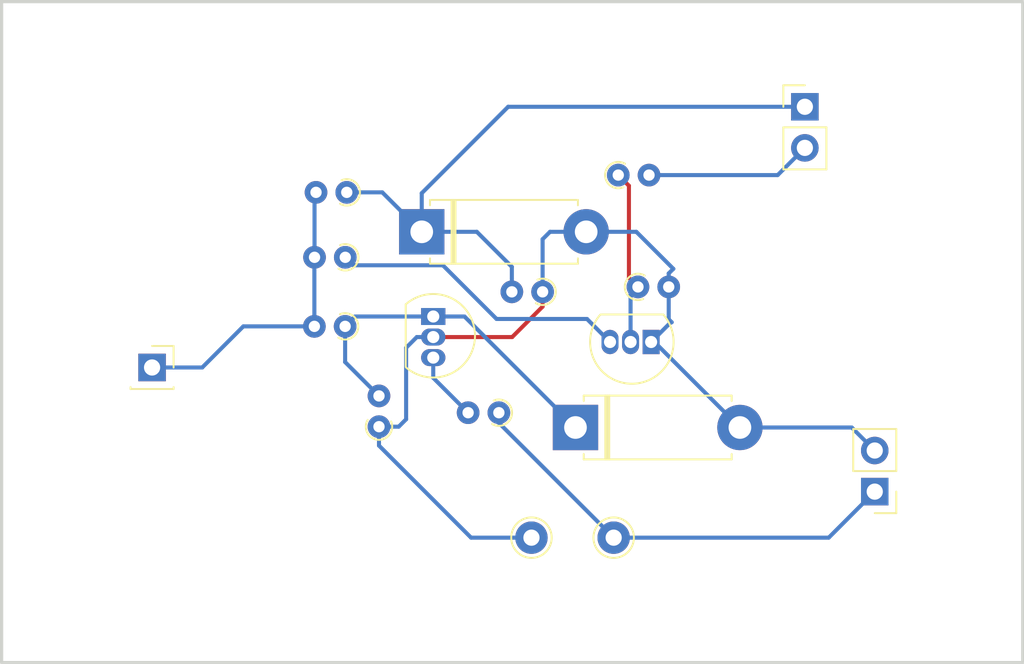
<source format=kicad_pcb>
(kicad_pcb (version 20221018) (generator pcbnew)
  (title_block (title "Control tool for car") (company "@Manyjack, @svdpfaf"))
  (layers (0 "F.Cu" signal) (31 "B.Cu" signal) (34 "B.Paste" user) (35 "F.Paste" user) (36 "B.SilkS" user "B.Silkscreen") (37 "F.SilkS" user "F.Silkscreen") (38 "B.Mask" user) (39 "F.Mask" user) (44 "Edge.Cuts" user))
  (net 0 "")
  (net 1 "GND")
  (net 2 "MC_REF")
  (net 3 "MC_D9")
  (net 4 "MC_A7")
  (net 5 "VCC")
  (net 6 "Net-(D1-K)")
  (net 7 "Net-(Q2-D)")
  (net 8 "SHUNT")
  (net 9 "Net-(Q2-G)")
  (footprint "Connector_PinHeader_2.54mm:PinHeader_1x02_P2.54mm_Vertical" (layer "F.Cu") (at 118.2116 125.222 180)
    (fp_text reference "J8" hide)
    (fp_text value "PINHD_1x2_Male" hide)
    (fp_line (start -1.33 -1.33) (end 0 -1.33) (stroke (width 0.12)) (layer "F.SilkS"))
    (fp_line (start -1.33 0) (end -1.33 -1.33) (stroke (width 0.12)) (layer "F.SilkS"))
    (fp_line (start -1.33 1.27) (end -1.33 3.87) (stroke (width 0.12)) (layer "F.SilkS"))
    (fp_line (start -1.33 1.27) (end 1.33 1.27) (stroke (width 0.12)) (layer "F.SilkS"))
    (fp_line (start -1.33 3.87) (end 1.33 3.87) (stroke (width 0.12)) (layer "F.SilkS"))
    (fp_line (start 1.33 1.27) (end 1.33 3.87) (stroke (width 0.12)) (layer "F.SilkS"))
    (pad "1" thru_hole rect (at 0 0 180) (size 1.7 1.7) (drill 1) (layers "*.Cu" "*.Mask") (net 5 "VCC"))
    (pad "2" thru_hole oval (at 0 2.54 180) (size 1.7 1.7) (drill 1) (layers "*.Cu" "*.Mask") (net 1 "GND"))
  )
  (footprint "PCM_Resistor_THT_AKL:R_Axial_DIN0204_L3.6mm_D1.6mm_P1.90mm_Vertical" (layer "F.Cu") (at 102.3639 105.664)
    (fp_text reference "R15" hide)
    (fp_text value "100" hide)
    (fp_arc (start 0.320095 0.749359) (mid -0.813042 -0.054435) (end 0.417133 -0.7) (stroke (width 0.12)) (layer "F.SilkS"))
    (pad "1" thru_hole circle (at 0 0) (size 1.4 1.4) (drill 0.7) (layers "*.Cu" "*.Mask") (net 9 "Net-(Q2-G)"))
    (pad "2" thru_hole oval (at 1.9 0) (size 1.4 1.4) (drill 0.7) (layers "*.Cu" "*.Mask") (net 3 "MC_D9"))
  )
  (footprint "Diode_THT:D_5W_P10.16mm_Horizontal" (layer "F.Cu") (at 90.2208 109.1692)
    (fp_text reference "D2" hide)
    (fp_text value "3V3" hide)
    (fp_line (start 0.51 -1.97) (end 9.65 -1.97) (stroke (width 0.12)) (layer "F.SilkS"))
    (fp_line (start 0.51 -1.64) (end 0.51 -1.97) (stroke (width 0.12)) (layer "F.SilkS"))
    (fp_line (start 0.51 1.64) (end 0.51 1.97) (stroke (width 0.12)) (layer "F.SilkS"))
    (fp_line (start 0.51 1.97) (end 9.65 1.97) (stroke (width 0.12)) (layer "F.SilkS"))
    (fp_line (start 1.845 -1.97) (end 1.845 1.97) (stroke (width 0.12)) (layer "F.SilkS"))
    (fp_line (start 1.965 -1.97) (end 1.965 1.97) (stroke (width 0.12)) (layer "F.SilkS"))
    (fp_line (start 2.085 -1.97) (end 2.085 1.97) (stroke (width 0.12)) (layer "F.SilkS"))
    (fp_line (start 9.65 -1.97) (end 9.65 -1.64) (stroke (width 0.12)) (layer "F.SilkS"))
    (fp_line (start 9.65 1.97) (end 9.65 1.64) (stroke (width 0.12)) (layer "F.SilkS"))
    (pad "1" thru_hole rect (at 0 0) (size 2.8 2.8) (drill 1.4) (layers "*.Cu" "*.Mask") (net 4 "MC_A7"))
    (pad "2" thru_hole oval (at 10.16 0) (size 2.8 2.8) (drill 1.4) (layers "*.Cu" "*.Mask") (net 1 "GND"))
  )
  (footprint "PCM_Resistor_THT_AKL:R_Axial_DIN0204_L3.6mm_D1.6mm_P1.90mm_Vertical" (layer "F.Cu") (at 97.6884 112.8776 180)
    (fp_text reference "R5" hide)
    (fp_text value "10K" hide)
    (fp_arc (start 0.320095 0.749359) (mid -0.813042 -0.054435) (end 0.417133 -0.7) (stroke (width 0.12)) (layer "F.SilkS"))
    (pad "1" thru_hole circle (at 0 0 180) (size 1.4 1.4) (drill 0.7) (layers "*.Cu" "*.Mask") (net 1 "GND"))
    (pad "2" thru_hole oval (at 1.9 0 180) (size 1.4 1.4) (drill 0.7) (layers "*.Cu" "*.Mask") (net 4 "MC_A7"))
  )
  (footprint "Package_TO_SOT_THT:TO-92L_Inline" (layer "F.Cu") (at 104.394 115.9764 180)
    (fp_text reference "Q2" hide)
    (fp_text value "AOT3400" hide)
    (fp_line (start -0.75 1.7) (end 3.1 1.7) (stroke (width 0.12)) (layer "F.SilkS"))
    (fp_arc (start -0.75 1.7) (mid 1.183448 -2.579449) (end 3.138611 1.690122) (stroke (width 0.12)) (layer "F.SilkS"))
    (pad "1" thru_hole rect (at 0 0 180) (size 1.05 1.5) (drill 0.75) (layers "*.Cu" "*.Mask") (net 1 "GND"))
    (pad "2" thru_hole oval (at 1.27 0 180) (size 1.05 1.5) (drill 0.75) (layers "*.Cu" "*.Mask") (net 9 "Net-(Q2-G)"))
    (pad "3" thru_hole oval (at 2.54 0 180) (size 1.05 1.5) (drill 0.75) (layers "*.Cu" "*.Mask") (net 7 "Net-(Q2-D)"))
  )
  (footprint "PCM_Resistor_THT_AKL:R_Axial_DIN0204_L3.6mm_D1.6mm_P1.90mm_Vertical" (layer "F.Cu") (at 85.5886 106.7308 180)
    (fp_text reference "R6" hide)
    (fp_text value "100K" hide)
    (fp_arc (start 0.320095 0.749359) (mid -0.813042 -0.054435) (end 0.417133 -0.7) (stroke (width 0.12)) (layer "F.SilkS"))
    (pad "1" thru_hole circle (at 0 0 180) (size 1.4 1.4) (drill 0.7) (layers "*.Cu" "*.Mask") (net 4 "MC_A7"))
    (pad "2" thru_hole oval (at 1.9 0 180) (size 1.4 1.4) (drill 0.7) (layers "*.Cu" "*.Mask") (net 8 "SHUNT"))
  )
  (footprint "Diode_THT:D_5W_P10.16mm_Horizontal" (layer "F.Cu") (at 99.7204 121.2596)
    (fp_text reference "D1" hide)
    (fp_text value "36V0" hide)
    (fp_line (start 0.51 -1.97) (end 9.65 -1.97) (stroke (width 0.12)) (layer "F.SilkS"))
    (fp_line (start 0.51 -1.64) (end 0.51 -1.97) (stroke (width 0.12)) (layer "F.SilkS"))
    (fp_line (start 0.51 1.64) (end 0.51 1.97) (stroke (width 0.12)) (layer "F.SilkS"))
    (fp_line (start 0.51 1.97) (end 9.65 1.97) (stroke (width 0.12)) (layer "F.SilkS"))
    (fp_line (start 1.845 -1.97) (end 1.845 1.97) (stroke (width 0.12)) (layer "F.SilkS"))
    (fp_line (start 1.965 -1.97) (end 1.965 1.97) (stroke (width 0.12)) (layer "F.SilkS"))
    (fp_line (start 2.085 -1.97) (end 2.085 1.97) (stroke (width 0.12)) (layer "F.SilkS"))
    (fp_line (start 9.65 -1.97) (end 9.65 -1.64) (stroke (width 0.12)) (layer "F.SilkS"))
    (fp_line (start 9.65 1.97) (end 9.65 1.64) (stroke (width 0.12)) (layer "F.SilkS"))
    (pad "1" thru_hole rect (at 0 0) (size 2.8 2.8) (drill 1.4) (layers "*.Cu" "*.Mask") (net 6 "Net-(D1-K)"))
    (pad "2" thru_hole oval (at 10.16 0) (size 2.8 2.8) (drill 1.4) (layers "*.Cu" "*.Mask") (net 1 "GND"))
  )
  (footprint "PCM_Resistor_THT_AKL:R_Axial_DIN0204_L3.6mm_D1.6mm_P1.90mm_Vertical" (layer "F.Cu") (at 85.4964 110.744 180)
    (fp_text reference "R1" hide)
    (fp_text value "100" hide)
    (fp_arc (start 0.320095 0.749359) (mid -0.813042 -0.054435) (end 0.417133 -0.7) (stroke (width 0.12)) (layer "F.SilkS"))
    (pad "1" thru_hole circle (at 0 0 180) (size 1.4 1.4) (drill 0.7) (layers "*.Cu" "*.Mask") (net 7 "Net-(Q2-D)"))
    (pad "2" thru_hole oval (at 1.9 0 180) (size 1.4 1.4) (drill 0.7) (layers "*.Cu" "*.Mask") (net 8 "SHUNT"))
  )
  (footprint "Connector_PinSocket_2.54mm:PinSocket_1x01_P2.54mm_Vertical" (layer "F.Cu") (at 73.5584 117.5512)
    (fp_text reference "J3" hide)
    (fp_text value "Conn_01x01_Pin" hide)
    (fp_line (start -1.33 1.21) (end -1.33 1.33) (stroke (width 0.12)) (layer "F.SilkS"))
    (fp_line (start -1.33 1.33) (end 1.33 1.33) (stroke (width 0.12)) (layer "F.SilkS"))
    (fp_line (start 0 -1.33) (end 1.33 -1.33) (stroke (width 0.12)) (layer "F.SilkS"))
    (fp_line (start 1.33 -1.33) (end 1.33 0) (stroke (width 0.12)) (layer "F.SilkS"))
    (fp_line (start 1.33 1.21) (end 1.33 1.33) (stroke (width 0.12)) (layer "F.SilkS"))
    (pad "1" thru_hole rect (at 0 0) (size 1.7 1.7) (drill 1) (layers "*.Cu" "*.Mask") (net 8 "SHUNT"))
  )
  (footprint "PCM_Resistor_THT_AKL:R_Axial_DIN0204_L3.6mm_D1.6mm_P1.90mm_Vertical" (layer "F.Cu") (at 85.487 115.0112 180)
    (fp_text reference "R2" hide)
    (fp_text value "5k" hide)
    (fp_arc (start 0.320095 0.749359) (mid -0.813042 -0.054435) (end 0.417133 -0.7) (stroke (width 0.12)) (layer "F.SilkS"))
    (pad "1" thru_hole circle (at 0 0 180) (size 1.4 1.4) (drill 0.7) (layers "*.Cu" "*.Mask") (net 6 "Net-(D1-K)"))
    (pad "2" thru_hole oval (at 1.9 0 180) (size 1.4 1.4) (drill 0.7) (layers "*.Cu" "*.Mask") (net 8 "SHUNT"))
  )
  (footprint "PCM_Resistor_THT_AKL:R_Axial_DIN0204_L3.6mm_D1.6mm_P1.90mm_Vertical" (layer "F.Cu") (at 94.9866 120.3452 180)
    (fp_text reference "R7" hide)
    (fp_text value "10K" hide)
    (fp_arc (start 0.320095 0.749359) (mid -0.813042 -0.054435) (end 0.417133 -0.7) (stroke (width 0.12)) (layer "F.SilkS"))
    (pad "1" thru_hole circle (at 0 0 180) (size 1.4 1.4) (drill 0.7) (layers "*.Cu" "*.Mask") (net 5 "VCC"))
    (pad "2" thru_hole oval (at 1.9 0 180) (size 1.4 1.4) (drill 0.7) (layers "*.Cu" "*.Mask") (net 2 "MC_REF"))
  )
  (footprint "PCM_Resistor_THT_AKL:R_Axial_DIN0204_L3.6mm_D1.6mm_P1.90mm_Vertical" (layer "F.Cu") (at 87.5792 121.2088 90)
    (fp_text reference "R3" hide)
    (fp_text value "100K" hide)
    (fp_arc (start 0.320095 0.749359) (mid -0.813042 -0.054435) (end 0.417133 -0.7) (stroke (width 0.12)) (layer "F.SilkS"))
    (pad "1" thru_hole circle (at 0 0 90) (size 1.4 1.4) (drill 0.7) (layers "*.Cu" "*.Mask") (net 1 "GND"))
    (pad "2" thru_hole oval (at 1.9 0 90) (size 1.4 1.4) (drill 0.7) (layers "*.Cu" "*.Mask") (net 6 "Net-(D1-K)"))
  )
  (footprint "Connector_Pin:Pin_D1.0mm_L10.0mm" (layer "F.Cu") (at 97 128.0668 180)
    (fp_text reference "J4" hide)
    (fp_text value "GROUND")
    (fp_circle (center 0 0) (end 1.25 0.05) (stroke (width 0.12)) (fill none) (layer "F.SilkS"))
    (pad "1" thru_hole circle (at 0 0 180) (size 2 2) (drill 1) (layers "*.Cu" "*.Mask") (net 1 "GND"))
  )
  (footprint "Package_TO_SOT_THT:TO-92L_Inline" (layer "F.Cu") (at 90.932 114.4016 -90)
    (fp_text reference "U2" hide)
    (fp_text value "TL431LP" hide)
    (fp_line (start -0.75 1.7) (end 3.1 1.7) (stroke (width 0.12)) (layer "F.SilkS"))
    (fp_arc (start -0.75 1.7) (mid 1.183448 -2.579449) (end 3.138611 1.690122) (stroke (width 0.12)) (layer "F.SilkS"))
    (pad "1" thru_hole rect (at 0 0 270) (size 1.05 1.5) (drill 0.75) (layers "*.Cu" "*.Mask") (net 6 "Net-(D1-K)"))
    (pad "2" thru_hole oval (at 1.27 0 270) (size 1.05 1.5) (drill 0.75) (layers "*.Cu" "*.Mask") (net 1 "GND"))
    (pad "3" thru_hole oval (at 2.54 0 270) (size 1.05 1.5) (drill 0.75) (layers "*.Cu" "*.Mask") (net 2 "MC_REF"))
  )
  (footprint "Connector_PinHeader_2.54mm:PinHeader_1x02_P2.54mm_Vertical" (layer "F.Cu") (at 113.8936 101.4426)
    (fp_text reference "J2" hide)
    (fp_text value "PINHD_1x2_Male" hide)
    (fp_line (start -1.33 -1.33) (end 0 -1.33) (stroke (width 0.12)) (layer "F.SilkS"))
    (fp_line (start -1.33 0) (end -1.33 -1.33) (stroke (width 0.12)) (layer "F.SilkS"))
    (fp_line (start -1.33 1.27) (end -1.33 3.87) (stroke (width 0.12)) (layer "F.SilkS"))
    (fp_line (start -1.33 1.27) (end 1.33 1.27) (stroke (width 0.12)) (layer "F.SilkS"))
    (fp_line (start -1.33 3.87) (end 1.33 3.87) (stroke (width 0.12)) (layer "F.SilkS"))
    (fp_line (start 1.33 1.27) (end 1.33 3.87) (stroke (width 0.12)) (layer "F.SilkS"))
    (pad "1" thru_hole rect (at 0 0) (size 1.7 1.7) (drill 1) (layers "*.Cu" "*.Mask") (net 4 "MC_A7"))
    (pad "2" thru_hole oval (at 0 2.54) (size 1.7 1.7) (drill 1) (layers "*.Cu" "*.Mask") (net 3 "MC_D9"))
  )
  (footprint "Connector_Pin:Pin_D1.0mm_L10.0mm" (layer "F.Cu") (at 102.08 128.0668)
    (fp_text reference "J17" hide)
    (fp_text value "+")
    (fp_circle (center 0 0) (end 1.25 0.05) (stroke (width 0.12)) (fill none) (layer "F.SilkS"))
    (pad "1" thru_hole circle (at 0 0) (size 2 2) (drill 1) (layers "*.Cu" "*.Mask") (net 5 "VCC"))
  )
  (footprint "PCM_Resistor_THT_AKL:R_Axial_DIN0204_L3.6mm_D1.6mm_P1.90mm_Vertical" (layer "F.Cu") (at 103.5812 112.5728)
    (fp_text reference "R4" hide)
    (fp_text value "50K" hide)
    (fp_arc (start 0.320095 0.749359) (mid -0.813042 -0.054435) (end 0.417133 -0.7) (stroke (width 0.12)) (layer "F.SilkS"))
    (pad "1" thru_hole circle (at 0 0) (size 1.4 1.4) (drill 0.7) (layers "*.Cu" "*.Mask") (net 9 "Net-(Q2-G)"))
    (pad "2" thru_hole oval (at 1.9 0) (size 1.4 1.4) (drill 0.7) (layers "*.Cu" "*.Mask") (net 1 "GND"))
  )
  (gr_rect (start 64.262 94.9452) (end 127.3556 135.7884) (stroke (width 0.2)) (fill none) (layer "Edge.Cuts"))
  (segment (start 95.8088 115.6716) (end 97.6884 113.792) (width 0.25) (layer "F.Cu") (net 1))
  (segment (start 90.932 115.6716) (end 95.8088 115.6716) (width 0.25) (layer "F.Cu") (net 1))
  (segment (start 97.6884 113.792) (end 97.6884 112.8776) (width 0.25) (layer "F.Cu") (net 1))
  (segment (start 109.8804 121.2596) (end 104.5972 115.9764) (width 0.25) (layer "B.Cu") (net 1))
  (segment (start 97 128.0668) (end 93.2688 128.0668) (width 0.25) (layer "B.Cu") (net 1))
  (segment (start 87.5792 121.2088) (end 88.7984 121.2088) (width 0.25) (layer "B.Cu") (net 1))
  (segment (start 88.7984 121.2088) (end 89.2556 120.7516) (width 0.25) (layer "B.Cu") (net 1))
  (segment (start 105.6132 114.7572) (end 105.664 114.7572) (width 0.25) (layer "B.Cu") (net 1))
  (segment (start 104.394 115.9764) (end 105.6132 114.7572) (width 0.25) (layer "B.Cu") (net 1))
  (segment (start 105.4812 111.7396) (end 105.4812 112.5728) (width 0.25) (layer "B.Cu") (net 1))
  (segment (start 105.664 114.7572) (end 105.4812 114.5744) (width 0.25) (layer "B.Cu") (net 1))
  (segment (start 93.2688 128.0668) (end 87.5792 122.3772) (width 0.25) (layer "B.Cu") (net 1))
  (segment (start 105.4812 114.5744) (end 105.4812 112.5728) (width 0.25) (layer "B.Cu") (net 1))
  (segment (start 109.8804 121.2596) (end 116.7892 121.2596) (width 0.25) (layer "B.Cu") (net 1))
  (segment (start 103.4796 109.1692) (end 105.7656 111.4552) (width 0.25) (layer "B.Cu") (net 1))
  (segment (start 89.2556 116.332) (end 89.916 115.6716) (width 0.25) (layer "B.Cu") (net 1))
  (segment (start 87.5792 122.3772) (end 87.5792 121.2088) (width 0.25) (layer "B.Cu") (net 1))
  (segment (start 100.3808 109.1692) (end 103.4796 109.1692) (width 0.25) (layer "B.Cu") (net 1))
  (segment (start 104.5972 115.9764) (end 104.394 115.9764) (width 0.25) (layer "B.Cu") (net 1))
  (segment (start 97.6884 109.6264) (end 98.1456 109.1692) (width 0.25) (layer "B.Cu") (net 1))
  (segment (start 89.2556 120.7516) (end 89.2556 116.332) (width 0.25) (layer "B.Cu") (net 1))
  (segment (start 105.7656 111.4552) (end 105.4812 111.7396) (width 0.25) (layer "B.Cu") (net 1))
  (segment (start 89.916 115.6716) (end 90.932 115.6716) (width 0.25) (layer "B.Cu") (net 1))
  (segment (start 97.6884 112.8776) (end 97.6884 109.6264) (width 0.25) (layer "B.Cu") (net 1))
  (segment (start 116.7892 121.2596) (end 118.2116 122.682) (width 0.25) (layer "B.Cu") (net 1))
  (segment (start 98.1456 109.1692) (end 100.3808 109.1692) (width 0.25) (layer "B.Cu") (net 1))
  (segment (start 90.932 118.1906) (end 90.932 116.9416) (width 0.25) (layer "B.Cu") (net 2))
  (segment (start 93.0866 120.3452) (end 90.932 118.1906) (width 0.25) (layer "B.Cu") (net 2))
  (segment (start 104.2639 105.664) (end 112.2122 105.664) (width 0.25) (layer "B.Cu") (net 3))
  (segment (start 112.2122 105.664) (end 113.8936 103.9826) (width 0.25) (layer "B.Cu") (net 3))
  (segment (start 89.8652 109.5248) (end 90.2208 109.1692) (width 0.25) (layer "F.Cu") (net 4))
  (segment (start 113.8936 101.4426) (end 95.5598 101.4426) (width 0.25) (layer "B.Cu") (net 4))
  (segment (start 95.5598 101.4426) (end 90.2208 106.7816) (width 0.25) (layer "B.Cu") (net 4))
  (segment (start 95.7884 112.8776) (end 95.7884 111.3332) (width 0.25) (layer "B.Cu") (net 4))
  (segment (start 90.2208 106.7816) (end 90.2208 109.1692) (width 0.25) (layer "B.Cu") (net 4))
  (segment (start 93.6244 109.1692) (end 90.2208 109.1692) (width 0.25) (layer "B.Cu") (net 4))
  (segment (start 85.5886 106.7308) (end 87.7824 106.7308) (width 0.25) (layer "B.Cu") (net 4))
  (segment (start 87.7824 106.7308) (end 90.2208 109.1692) (width 0.25) (layer "B.Cu") (net 4))
  (segment (start 95.7884 111.3332) (end 93.6244 109.1692) (width 0.25) (layer "B.Cu") (net 4))
  (segment (start 102.08 128.0668) (end 94.9866 120.9734) (width 0.25) (layer "B.Cu") (net 5))
  (segment (start 94.9866 120.9734) (end 94.9866 120.3452) (width 0.25) (layer "B.Cu") (net 5))
  (segment (start 115.3668 128.0668) (end 118.2116 125.222) (width 0.25) (layer "B.Cu") (net 5))
  (segment (start 102.08 128.0668) (end 115.3668 128.0668) (width 0.25) (layer "B.Cu") (net 5))
  (segment (start 85.487 115.0112) (end 86.0966 114.4016) (width 0.25) (layer "B.Cu") (net 6))
  (segment (start 86.0966 114.4016) (end 90.932 114.4016) (width 0.25) (layer "B.Cu") (net 6))
  (segment (start 99.7204 121.2596) (end 92.8624 114.4016) (width 0.25) (layer "B.Cu") (net 6))
  (segment (start 87.5792 119.3088) (end 85.487 117.2166) (width 0.25) (layer "B.Cu") (net 6))
  (segment (start 85.487 117.2166) (end 85.487 115.0112) (width 0.25) (layer "B.Cu") (net 6))
  (segment (start 92.8624 114.4016) (end 90.932 114.4016) (width 0.25) (layer "B.Cu") (net 6))
  (segment (start 100.4316 114.554) (end 101.854 115.9764) (width 0.25) (layer "B.Cu") (net 7))
  (segment (start 91.525864 111.236264) (end 94.8436 114.554) (width 0.25) (layer "B.Cu") (net 7))
  (segment (start 85.4964 110.744) (end 85.988664 111.236264) (width 0.25) (layer "B.Cu") (net 7))
  (segment (start 94.8436 114.554) (end 100.4316 114.554) (width 0.25) (layer "B.Cu") (net 7))
  (segment (start 85.988664 111.236264) (end 91.525864 111.236264) (width 0.25) (layer "B.Cu") (net 7))
  (segment (start 83.5964 106.823) (end 83.6886 106.7308) (width 0.25) (layer "B.Cu") (net 8))
  (segment (start 83.587 115.0112) (end 79.1972 115.0112) (width 0.25) (layer "B.Cu") (net 8))
  (segment (start 83.587 110.7534) (end 83.5964 110.744) (width 0.25) (layer "B.Cu") (net 8))
  (segment (start 73.5584 117.5512) (end 76.6572 117.5512) (width 0.25) (layer "B.Cu") (net 8))
  (segment (start 83.5964 110.744) (end 83.5964 106.823) (width 0.25) (layer "B.Cu") (net 8))
  (segment (start 83.587 115.0112) (end 83.587 110.7534) (width 0.25) (layer "B.Cu") (net 8))
  (segment (start 76.6572 117.5512) (end 79.1972 115.0112) (width 0.25) (layer "B.Cu") (net 8))
  (segment (start 103.0224 106.3225) (end 102.3639 105.664) (width 0.25) (layer "F.Cu") (net 9))
  (segment (start 103.0224 112.014) (end 103.0224 106.3225) (width 0.25) (layer "F.Cu") (net 9))
  (segment (start 103.5812 112.5728) (end 103.0224 112.014) (width 0.25) (layer "F.Cu") (net 9))
  (segment (start 103.124 115.9764) (end 103.124 113.03) (width 0.25) (layer "B.Cu") (net 9))
  (segment (start 103.124 113.03) (end 103.5812 112.5728) (width 0.25) (layer "B.Cu") (net 9))
)
</source>
